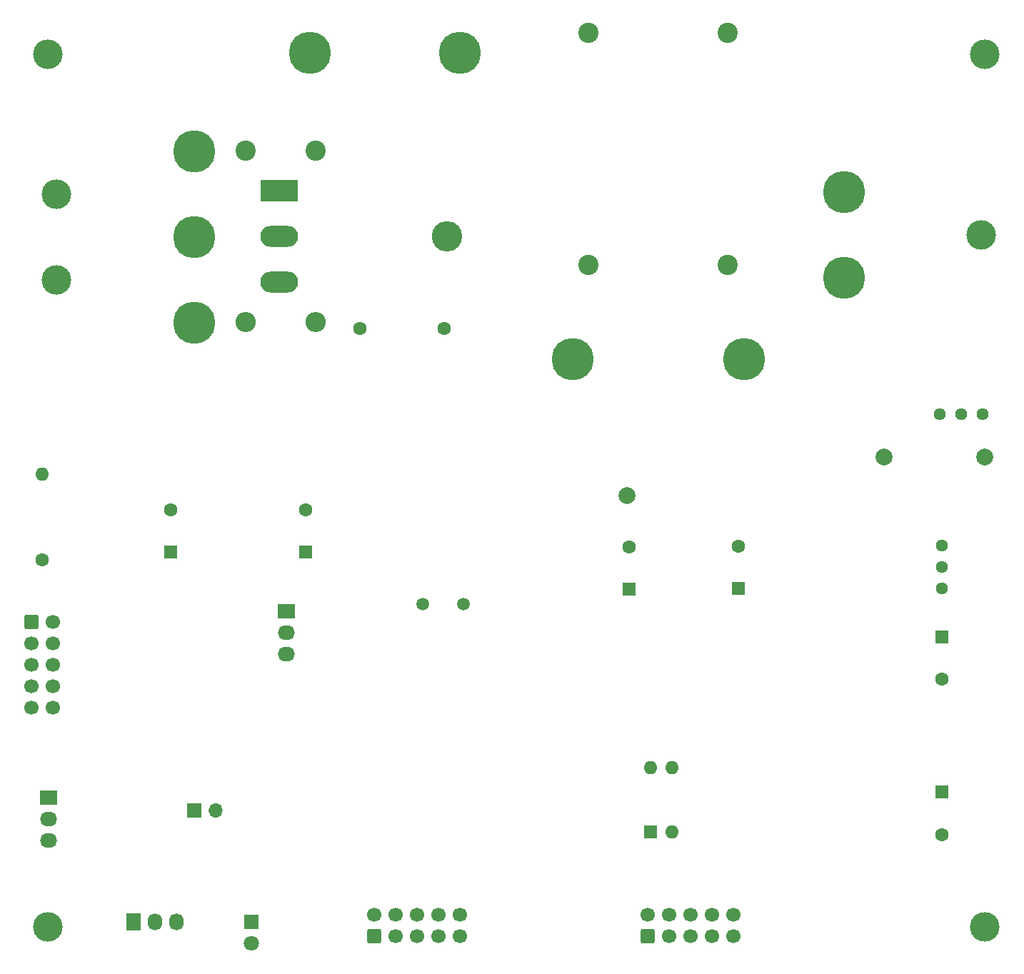
<source format=gts>
G04 #@! TF.GenerationSoftware,KiCad,Pcbnew,7.0.2*
G04 #@! TF.CreationDate,2023-08-05T12:43:45+02:00*
G04 #@! TF.ProjectId,Module_2,4d6f6475-6c65-45f3-922e-6b696361645f,rev?*
G04 #@! TF.SameCoordinates,Original*
G04 #@! TF.FileFunction,Soldermask,Top*
G04 #@! TF.FilePolarity,Negative*
%FSLAX46Y46*%
G04 Gerber Fmt 4.6, Leading zero omitted, Abs format (unit mm)*
G04 Created by KiCad (PCBNEW 7.0.2) date 2023-08-05 12:43:45*
%MOMM*%
%LPD*%
G01*
G04 APERTURE LIST*
G04 Aperture macros list*
%AMRoundRect*
0 Rectangle with rounded corners*
0 $1 Rounding radius*
0 $2 $3 $4 $5 $6 $7 $8 $9 X,Y pos of 4 corners*
0 Add a 4 corners polygon primitive as box body*
4,1,4,$2,$3,$4,$5,$6,$7,$8,$9,$2,$3,0*
0 Add four circle primitives for the rounded corners*
1,1,$1+$1,$2,$3*
1,1,$1+$1,$4,$5*
1,1,$1+$1,$6,$7*
1,1,$1+$1,$8,$9*
0 Add four rect primitives between the rounded corners*
20,1,$1+$1,$2,$3,$4,$5,0*
20,1,$1+$1,$4,$5,$6,$7,0*
20,1,$1+$1,$6,$7,$8,$9,0*
20,1,$1+$1,$8,$9,$2,$3,0*%
G04 Aperture macros list end*
%ADD10RoundRect,0.250000X-0.600000X-0.600000X0.600000X-0.600000X0.600000X0.600000X-0.600000X0.600000X0*%
%ADD11C,1.700000*%
%ADD12R,1.600000X1.600000*%
%ADD13C,1.600000*%
%ADD14C,5.000000*%
%ADD15C,2.400000*%
%ADD16O,2.400000X2.400000*%
%ADD17RoundRect,0.250000X0.600000X-0.600000X0.600000X0.600000X-0.600000X0.600000X-0.600000X-0.600000X0*%
%ADD18C,3.500000*%
%ADD19R,1.800000X1.800000*%
%ADD20C,1.800000*%
%ADD21R,1.730000X2.030000*%
%ADD22O,1.730000X2.030000*%
%ADD23C,2.000000*%
%ADD24C,1.500000*%
%ADD25O,1.600000X1.600000*%
%ADD26R,2.030000X1.730000*%
%ADD27O,2.030000X1.730000*%
%ADD28R,1.700000X1.700000*%
%ADD29O,1.700000X1.700000*%
%ADD30C,1.440000*%
%ADD31O,3.600000X3.600000*%
%ADD32R,4.500000X2.500000*%
%ADD33O,4.500000X2.500000*%
G04 APERTURE END LIST*
D10*
X45720000Y-102870000D03*
D11*
X48260000Y-102870000D03*
X45720000Y-105410000D03*
X48260000Y-105410000D03*
X45720000Y-107950000D03*
X48260000Y-107950000D03*
X45720000Y-110490000D03*
X48260000Y-110490000D03*
X45720000Y-113030000D03*
X48260000Y-113030000D03*
D12*
X62230000Y-94604651D03*
D13*
X62230000Y-89604651D03*
D12*
X116586000Y-98980000D03*
D13*
X116586000Y-93980000D03*
D14*
X130175000Y-71755000D03*
D15*
X71120000Y-46990000D03*
D16*
X71120000Y-67310000D03*
D12*
X78232000Y-94604651D03*
D13*
X78232000Y-89604651D03*
D17*
X118745000Y-140135000D03*
D11*
X118745000Y-137595000D03*
X121285000Y-140135000D03*
X121285000Y-137595000D03*
X123825000Y-140135000D03*
X123825000Y-137595000D03*
X126365000Y-140135000D03*
X126365000Y-137595000D03*
X128905000Y-140135000D03*
X128905000Y-137595000D03*
D17*
X86360000Y-140135000D03*
D11*
X86360000Y-137595000D03*
X88900000Y-140135000D03*
X88900000Y-137595000D03*
X91440000Y-140135000D03*
X91440000Y-137595000D03*
X93980000Y-140135000D03*
X93980000Y-137595000D03*
X96520000Y-140135000D03*
X96520000Y-137595000D03*
D12*
X153670000Y-104655000D03*
D13*
X153670000Y-109655000D03*
D18*
X158305500Y-56950000D03*
D14*
X142049500Y-62030000D03*
X142049500Y-51870000D03*
D19*
X71755000Y-138430000D03*
D20*
X71755000Y-140970000D03*
D21*
X57785000Y-138430000D03*
D22*
X60325000Y-138430000D03*
X62865000Y-138430000D03*
D23*
X158750000Y-83312000D03*
D18*
X48641000Y-52160500D03*
X48641000Y-62320500D03*
D14*
X65024000Y-47080500D03*
X65024000Y-57240500D03*
X65024000Y-67400500D03*
D18*
X158750000Y-35560000D03*
D24*
X92075000Y-100765000D03*
X96955000Y-100765000D03*
D15*
X79375000Y-46990000D03*
D16*
X79375000Y-67310000D03*
D12*
X119126000Y-127762000D03*
D25*
X121666000Y-127762000D03*
X121666000Y-120142000D03*
X119126000Y-120142000D03*
D15*
X111760000Y-33040000D03*
X111760000Y-60540000D03*
D23*
X116332000Y-87884000D03*
D13*
X46990000Y-95504000D03*
D25*
X46990000Y-85344000D03*
D13*
X84622000Y-68072000D03*
X94622000Y-68072000D03*
D18*
X158750000Y-139065000D03*
D14*
X78740000Y-35360000D03*
D15*
X128270000Y-33040000D03*
X128270000Y-60540000D03*
D26*
X47752000Y-123698000D03*
D27*
X47752000Y-126238000D03*
X47752000Y-128778000D03*
D28*
X65019000Y-125222000D03*
D29*
X67559000Y-125222000D03*
D26*
X75946000Y-101600000D03*
D27*
X75946000Y-104140000D03*
X75946000Y-106680000D03*
D18*
X47625000Y-139065000D03*
D23*
X146812000Y-83312000D03*
D14*
X109855000Y-71755000D03*
X96520000Y-35360000D03*
D30*
X158496000Y-78232000D03*
X155956000Y-78232000D03*
X153416000Y-78232000D03*
D12*
X129540000Y-98922651D03*
D13*
X129540000Y-93922651D03*
D18*
X47625000Y-35560000D03*
D12*
X153670000Y-123070000D03*
D13*
X153670000Y-128070000D03*
D30*
X153670000Y-93780000D03*
X153670000Y-96320000D03*
X153670000Y-98860000D03*
D31*
X94965000Y-57150000D03*
D32*
X75105000Y-51700000D03*
D33*
X75105000Y-57150000D03*
X75105000Y-62600000D03*
M02*

</source>
